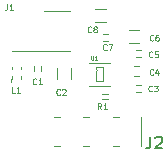
<source format=gbr>
G04 #@! TF.GenerationSoftware,KiCad,Pcbnew,(5.1.5)-3*
G04 #@! TF.CreationDate,2020-05-19T17:15:19+09:00*
G04 #@! TF.ProjectId,FMU_Power,464d555f-506f-4776-9572-2e6b69636164,rev?*
G04 #@! TF.SameCoordinates,Original*
G04 #@! TF.FileFunction,Legend,Top*
G04 #@! TF.FilePolarity,Positive*
%FSLAX46Y46*%
G04 Gerber Fmt 4.6, Leading zero omitted, Abs format (unit mm)*
G04 Created by KiCad (PCBNEW (5.1.5)-3) date 2020-05-19 17:15:19*
%MOMM*%
%LPD*%
G04 APERTURE LIST*
%ADD10C,0.050000*%
%ADD11C,0.120000*%
%ADD12C,0.100000*%
%ADD13C,0.040000*%
%ADD14C,0.125000*%
%ADD15C,0.150000*%
%ADD16C,0.075000*%
G04 APERTURE END LIST*
D10*
X149250000Y-105000000D02*
X149250000Y-105400000D01*
X148650000Y-105000000D02*
X148650000Y-105400000D01*
D11*
X151750000Y-105150000D02*
X151750000Y-106050000D01*
X150600000Y-106050000D02*
X150600000Y-105150000D01*
D10*
X157300000Y-106550000D02*
X157700000Y-106550000D01*
X157300000Y-107150000D02*
X157700000Y-107150000D01*
D11*
X157050000Y-104950000D02*
X157550000Y-104950000D01*
X157050000Y-105850000D02*
X157550000Y-105850000D01*
D10*
X157300000Y-104250000D02*
X157700000Y-104250000D01*
X157300000Y-103650000D02*
X157700000Y-103650000D01*
D11*
X156650000Y-101950000D02*
X157550000Y-101950000D01*
X157550000Y-103050000D02*
X156650000Y-103050000D01*
D10*
X154850000Y-102850000D02*
X154450000Y-102850000D01*
X154850000Y-102250000D02*
X154450000Y-102250000D01*
D11*
X153800000Y-100150000D02*
X154700000Y-100150000D01*
X154700000Y-101250000D02*
X153800000Y-101250000D01*
X146800000Y-103700000D02*
X151700000Y-103700000D01*
X151700000Y-100300000D02*
X149500000Y-100300000D01*
X155800000Y-109250000D02*
X155300000Y-109250000D01*
X155800000Y-111750000D02*
X155300000Y-111750000D01*
X153300000Y-109250000D02*
X152800000Y-109250000D01*
X153300000Y-111750000D02*
X152800000Y-111750000D01*
X150800000Y-111750000D02*
X150300000Y-111750000D01*
X150800000Y-109250000D02*
X150300000Y-109250000D01*
X157650000Y-109250000D02*
X157650000Y-111750000D01*
D12*
X146650000Y-106300000D02*
X146650000Y-106050000D01*
X146650000Y-106050000D02*
X146750000Y-106050000D01*
X146750000Y-106050000D02*
X146750000Y-105850000D01*
X146750000Y-105050000D02*
X146750000Y-105250000D01*
X147550000Y-105850000D02*
X147550000Y-106050000D01*
X147550000Y-105050000D02*
X147550000Y-105250000D01*
D10*
X154850000Y-107750000D02*
X154350000Y-107750000D01*
X154350000Y-107350000D02*
X154850000Y-107350000D01*
D13*
X153900000Y-106250000D02*
X154500000Y-106250000D01*
X154500000Y-106250000D02*
X154500000Y-105050000D01*
X154500000Y-105050000D02*
X153900000Y-105050000D01*
X153900000Y-105450000D02*
G75*
G03X153900000Y-105250000I0J100000D01*
G01*
X153900000Y-105050000D02*
X153900000Y-105250000D01*
X153900000Y-105450000D02*
X153900000Y-106250000D01*
D11*
X153300000Y-104700000D02*
X155050000Y-104700000D01*
X155050000Y-106650000D02*
X153300000Y-106650000D01*
D14*
X148816666Y-106478571D02*
X148792857Y-106502380D01*
X148721428Y-106526190D01*
X148673809Y-106526190D01*
X148602380Y-106502380D01*
X148554761Y-106454761D01*
X148530952Y-106407142D01*
X148507142Y-106311904D01*
X148507142Y-106240476D01*
X148530952Y-106145238D01*
X148554761Y-106097619D01*
X148602380Y-106050000D01*
X148673809Y-106026190D01*
X148721428Y-106026190D01*
X148792857Y-106050000D01*
X148816666Y-106073809D01*
X149292857Y-106526190D02*
X149007142Y-106526190D01*
X149150000Y-106526190D02*
X149150000Y-106026190D01*
X149102380Y-106097619D01*
X149054761Y-106145238D01*
X149007142Y-106169047D01*
X150816666Y-107378571D02*
X150792857Y-107402380D01*
X150721428Y-107426190D01*
X150673809Y-107426190D01*
X150602380Y-107402380D01*
X150554761Y-107354761D01*
X150530952Y-107307142D01*
X150507142Y-107211904D01*
X150507142Y-107140476D01*
X150530952Y-107045238D01*
X150554761Y-106997619D01*
X150602380Y-106950000D01*
X150673809Y-106926190D01*
X150721428Y-106926190D01*
X150792857Y-106950000D01*
X150816666Y-106973809D01*
X151007142Y-106973809D02*
X151030952Y-106950000D01*
X151078571Y-106926190D01*
X151197619Y-106926190D01*
X151245238Y-106950000D01*
X151269047Y-106973809D01*
X151292857Y-107021428D01*
X151292857Y-107069047D01*
X151269047Y-107140476D01*
X150983333Y-107426190D01*
X151292857Y-107426190D01*
X158616666Y-107078571D02*
X158592857Y-107102380D01*
X158521428Y-107126190D01*
X158473809Y-107126190D01*
X158402380Y-107102380D01*
X158354761Y-107054761D01*
X158330952Y-107007142D01*
X158307142Y-106911904D01*
X158307142Y-106840476D01*
X158330952Y-106745238D01*
X158354761Y-106697619D01*
X158402380Y-106650000D01*
X158473809Y-106626190D01*
X158521428Y-106626190D01*
X158592857Y-106650000D01*
X158616666Y-106673809D01*
X158783333Y-106626190D02*
X159092857Y-106626190D01*
X158926190Y-106816666D01*
X158997619Y-106816666D01*
X159045238Y-106840476D01*
X159069047Y-106864285D01*
X159092857Y-106911904D01*
X159092857Y-107030952D01*
X159069047Y-107078571D01*
X159045238Y-107102380D01*
X158997619Y-107126190D01*
X158854761Y-107126190D01*
X158807142Y-107102380D01*
X158783333Y-107078571D01*
X158716666Y-105678571D02*
X158692857Y-105702380D01*
X158621428Y-105726190D01*
X158573809Y-105726190D01*
X158502380Y-105702380D01*
X158454761Y-105654761D01*
X158430952Y-105607142D01*
X158407142Y-105511904D01*
X158407142Y-105440476D01*
X158430952Y-105345238D01*
X158454761Y-105297619D01*
X158502380Y-105250000D01*
X158573809Y-105226190D01*
X158621428Y-105226190D01*
X158692857Y-105250000D01*
X158716666Y-105273809D01*
X159145238Y-105392857D02*
X159145238Y-105726190D01*
X159026190Y-105202380D02*
X158907142Y-105559523D01*
X159216666Y-105559523D01*
X158641666Y-104178571D02*
X158617857Y-104202380D01*
X158546428Y-104226190D01*
X158498809Y-104226190D01*
X158427380Y-104202380D01*
X158379761Y-104154761D01*
X158355952Y-104107142D01*
X158332142Y-104011904D01*
X158332142Y-103940476D01*
X158355952Y-103845238D01*
X158379761Y-103797619D01*
X158427380Y-103750000D01*
X158498809Y-103726190D01*
X158546428Y-103726190D01*
X158617857Y-103750000D01*
X158641666Y-103773809D01*
X159094047Y-103726190D02*
X158855952Y-103726190D01*
X158832142Y-103964285D01*
X158855952Y-103940476D01*
X158903571Y-103916666D01*
X159022619Y-103916666D01*
X159070238Y-103940476D01*
X159094047Y-103964285D01*
X159117857Y-104011904D01*
X159117857Y-104130952D01*
X159094047Y-104178571D01*
X159070238Y-104202380D01*
X159022619Y-104226190D01*
X158903571Y-104226190D01*
X158855952Y-104202380D01*
X158832142Y-104178571D01*
X158716666Y-102778571D02*
X158692857Y-102802380D01*
X158621428Y-102826190D01*
X158573809Y-102826190D01*
X158502380Y-102802380D01*
X158454761Y-102754761D01*
X158430952Y-102707142D01*
X158407142Y-102611904D01*
X158407142Y-102540476D01*
X158430952Y-102445238D01*
X158454761Y-102397619D01*
X158502380Y-102350000D01*
X158573809Y-102326190D01*
X158621428Y-102326190D01*
X158692857Y-102350000D01*
X158716666Y-102373809D01*
X159145238Y-102326190D02*
X159050000Y-102326190D01*
X159002380Y-102350000D01*
X158978571Y-102373809D01*
X158930952Y-102445238D01*
X158907142Y-102540476D01*
X158907142Y-102730952D01*
X158930952Y-102778571D01*
X158954761Y-102802380D01*
X159002380Y-102826190D01*
X159097619Y-102826190D01*
X159145238Y-102802380D01*
X159169047Y-102778571D01*
X159192857Y-102730952D01*
X159192857Y-102611904D01*
X159169047Y-102564285D01*
X159145238Y-102540476D01*
X159097619Y-102516666D01*
X159002380Y-102516666D01*
X158954761Y-102540476D01*
X158930952Y-102564285D01*
X158907142Y-102611904D01*
X154766666Y-103578571D02*
X154742857Y-103602380D01*
X154671428Y-103626190D01*
X154623809Y-103626190D01*
X154552380Y-103602380D01*
X154504761Y-103554761D01*
X154480952Y-103507142D01*
X154457142Y-103411904D01*
X154457142Y-103340476D01*
X154480952Y-103245238D01*
X154504761Y-103197619D01*
X154552380Y-103150000D01*
X154623809Y-103126190D01*
X154671428Y-103126190D01*
X154742857Y-103150000D01*
X154766666Y-103173809D01*
X154933333Y-103126190D02*
X155266666Y-103126190D01*
X155052380Y-103626190D01*
X153466666Y-102078571D02*
X153442857Y-102102380D01*
X153371428Y-102126190D01*
X153323809Y-102126190D01*
X153252380Y-102102380D01*
X153204761Y-102054761D01*
X153180952Y-102007142D01*
X153157142Y-101911904D01*
X153157142Y-101840476D01*
X153180952Y-101745238D01*
X153204761Y-101697619D01*
X153252380Y-101650000D01*
X153323809Y-101626190D01*
X153371428Y-101626190D01*
X153442857Y-101650000D01*
X153466666Y-101673809D01*
X153752380Y-101840476D02*
X153704761Y-101816666D01*
X153680952Y-101792857D01*
X153657142Y-101745238D01*
X153657142Y-101721428D01*
X153680952Y-101673809D01*
X153704761Y-101650000D01*
X153752380Y-101626190D01*
X153847619Y-101626190D01*
X153895238Y-101650000D01*
X153919047Y-101673809D01*
X153942857Y-101721428D01*
X153942857Y-101745238D01*
X153919047Y-101792857D01*
X153895238Y-101816666D01*
X153847619Y-101840476D01*
X153752380Y-101840476D01*
X153704761Y-101864285D01*
X153680952Y-101888095D01*
X153657142Y-101935714D01*
X153657142Y-102030952D01*
X153680952Y-102078571D01*
X153704761Y-102102380D01*
X153752380Y-102126190D01*
X153847619Y-102126190D01*
X153895238Y-102102380D01*
X153919047Y-102078571D01*
X153942857Y-102030952D01*
X153942857Y-101935714D01*
X153919047Y-101888095D01*
X153895238Y-101864285D01*
X153847619Y-101840476D01*
X146333333Y-99726190D02*
X146333333Y-100083333D01*
X146309523Y-100154761D01*
X146261904Y-100202380D01*
X146190476Y-100226190D01*
X146142857Y-100226190D01*
X146833333Y-100226190D02*
X146547619Y-100226190D01*
X146690476Y-100226190D02*
X146690476Y-99726190D01*
X146642857Y-99797619D01*
X146595238Y-99845238D01*
X146547619Y-99869047D01*
D15*
X158466666Y-110952380D02*
X158466666Y-111666666D01*
X158419047Y-111809523D01*
X158323809Y-111904761D01*
X158180952Y-111952380D01*
X158085714Y-111952380D01*
X158895238Y-111047619D02*
X158942857Y-111000000D01*
X159038095Y-110952380D01*
X159276190Y-110952380D01*
X159371428Y-111000000D01*
X159419047Y-111047619D01*
X159466666Y-111142857D01*
X159466666Y-111238095D01*
X159419047Y-111380952D01*
X158847619Y-111952380D01*
X159466666Y-111952380D01*
D14*
X147016666Y-107226190D02*
X146778571Y-107226190D01*
X146778571Y-106726190D01*
X147445238Y-107226190D02*
X147159523Y-107226190D01*
X147302380Y-107226190D02*
X147302380Y-106726190D01*
X147254761Y-106797619D01*
X147207142Y-106845238D01*
X147159523Y-106869047D01*
X154316666Y-108626190D02*
X154150000Y-108388095D01*
X154030952Y-108626190D02*
X154030952Y-108126190D01*
X154221428Y-108126190D01*
X154269047Y-108150000D01*
X154292857Y-108173809D01*
X154316666Y-108221428D01*
X154316666Y-108292857D01*
X154292857Y-108340476D01*
X154269047Y-108364285D01*
X154221428Y-108388095D01*
X154030952Y-108388095D01*
X154792857Y-108626190D02*
X154507142Y-108626190D01*
X154650000Y-108626190D02*
X154650000Y-108126190D01*
X154602380Y-108197619D01*
X154554761Y-108245238D01*
X154507142Y-108269047D01*
D16*
X153471428Y-104135714D02*
X153471428Y-104378571D01*
X153485714Y-104407142D01*
X153500000Y-104421428D01*
X153528571Y-104435714D01*
X153585714Y-104435714D01*
X153614285Y-104421428D01*
X153628571Y-104407142D01*
X153642857Y-104378571D01*
X153642857Y-104135714D01*
X153942857Y-104435714D02*
X153771428Y-104435714D01*
X153857142Y-104435714D02*
X153857142Y-104135714D01*
X153828571Y-104178571D01*
X153800000Y-104207142D01*
X153771428Y-104221428D01*
M02*

</source>
